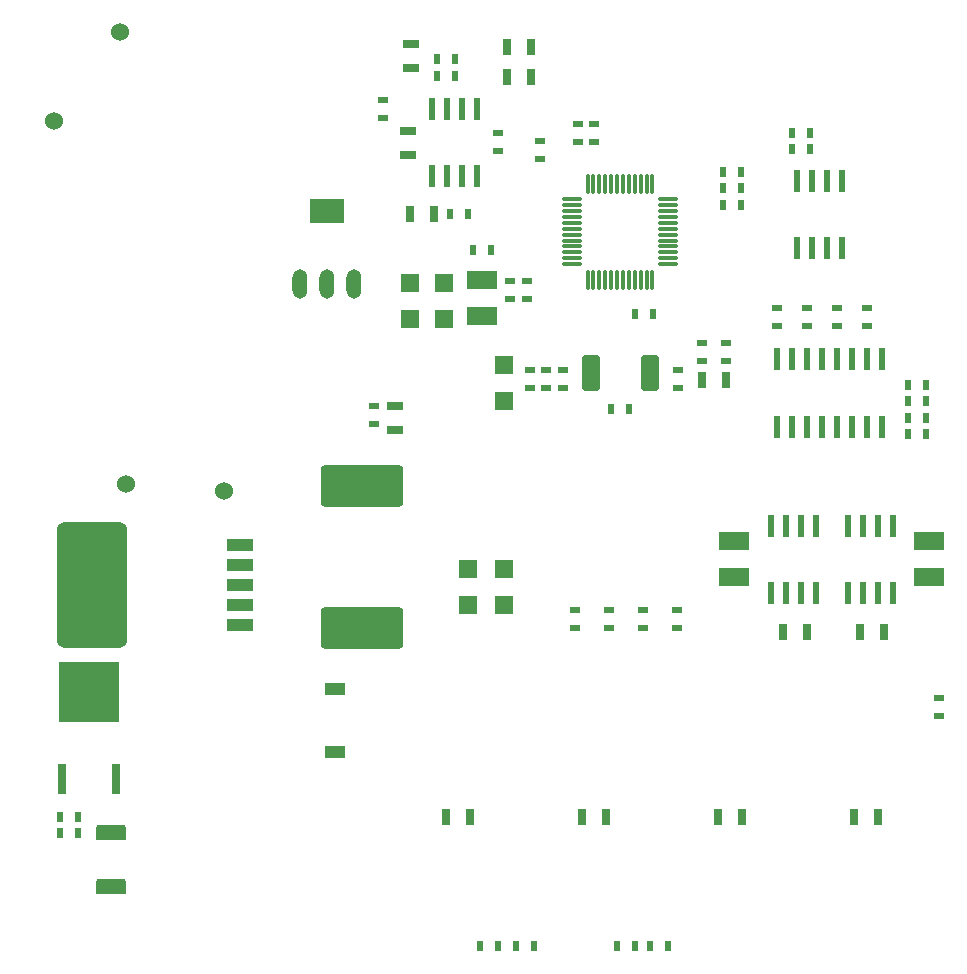
<source format=gtp>
%FSAX24Y24*%
%MOIN*%
G70*
G01*
G75*
G04 Layer_Color=8421504*
%ADD10R,0.0350X0.0200*%
%ADD11R,0.0200X0.0350*%
%ADD12R,0.0300X0.0550*%
%ADD13R,0.0550X0.0300*%
%ADD14R,0.0600X0.0600*%
%ADD15R,0.0600X0.0600*%
%ADD16R,0.1000X0.0600*%
%ADD17R,0.0240X0.0760*%
%ADD18R,0.1181X0.0787*%
%ADD19O,0.0500X0.0984*%
%ADD20O,0.0118X0.0689*%
%ADD21O,0.0689X0.0118*%
%ADD22R,0.0650X0.0400*%
%ADD23C,0.0600*%
G04:AMPARAMS|DCode=24|XSize=59.1mil|YSize=118.1mil|CornerRadius=5.9mil|HoleSize=0mil|Usage=FLASHONLY|Rotation=180.000|XOffset=0mil|YOffset=0mil|HoleType=Round|Shape=RoundedRectangle|*
%AMROUNDEDRECTD24*
21,1,0.0591,0.1063,0,0,180.0*
21,1,0.0472,0.1181,0,0,180.0*
1,1,0.0118,-0.0236,0.0532*
1,1,0.0118,0.0236,0.0532*
1,1,0.0118,0.0236,-0.0532*
1,1,0.0118,-0.0236,-0.0532*
%
%ADD24ROUNDEDRECTD24*%
G04:AMPARAMS|DCode=25|XSize=100mil|YSize=50mil|CornerRadius=5mil|HoleSize=0mil|Usage=FLASHONLY|Rotation=180.000|XOffset=0mil|YOffset=0mil|HoleType=Round|Shape=RoundedRectangle|*
%AMROUNDEDRECTD25*
21,1,0.1000,0.0400,0,0,180.0*
21,1,0.0900,0.0500,0,0,180.0*
1,1,0.0100,-0.0450,0.0200*
1,1,0.0100,0.0450,0.0200*
1,1,0.0100,0.0450,-0.0200*
1,1,0.0100,-0.0450,-0.0200*
%
%ADD25ROUNDEDRECTD25*%
%ADD26R,0.2008X0.2000*%
%ADD27R,0.0315X0.0984*%
G04:AMPARAMS|DCode=28|XSize=275.6mil|YSize=137.8mil|CornerRadius=13.8mil|HoleSize=0mil|Usage=FLASHONLY|Rotation=180.000|XOffset=0mil|YOffset=0mil|HoleType=Round|Shape=RoundedRectangle|*
%AMROUNDEDRECTD28*
21,1,0.2756,0.1102,0,0,180.0*
21,1,0.2480,0.1378,0,0,180.0*
1,1,0.0276,-0.1240,0.0551*
1,1,0.0276,0.1240,0.0551*
1,1,0.0276,0.1240,-0.0551*
1,1,0.0276,-0.1240,-0.0551*
%
%ADD28ROUNDEDRECTD28*%
%ADD29R,0.0850X0.0421*%
G04:AMPARAMS|DCode=30|XSize=417.3mil|YSize=236.2mil|CornerRadius=23.6mil|HoleSize=0mil|Usage=FLASHONLY|Rotation=90.000|XOffset=0mil|YOffset=0mil|HoleType=Round|Shape=RoundedRectangle|*
%AMROUNDEDRECTD30*
21,1,0.4173,0.1890,0,0,90.0*
21,1,0.3701,0.2362,0,0,90.0*
1,1,0.0472,0.0945,0.1850*
1,1,0.0472,0.0945,-0.1850*
1,1,0.0472,-0.0945,-0.1850*
1,1,0.0472,-0.0945,0.1850*
%
%ADD30ROUNDEDRECTD30*%
%ADD31C,0.0100*%
%ADD32C,0.0200*%
%ADD33C,0.0080*%
%ADD34C,0.0250*%
%ADD35R,0.2350X0.4000*%
%ADD36R,0.5200X0.0300*%
%ADD37R,0.2200X0.3700*%
%ADD38R,0.3100X0.0700*%
%ADD39C,0.0591*%
%ADD40R,0.0591X0.0591*%
%ADD41P,0.0649X8X112.5*%
%ADD42R,0.0591X0.0591*%
%ADD43P,0.0649X8X22.5*%
%ADD44R,0.0591X0.1575*%
%ADD45C,0.0787*%
G04:AMPARAMS|DCode=46|XSize=78.7mil|YSize=78.7mil|CornerRadius=19.7mil|HoleSize=0mil|Usage=FLASHONLY|Rotation=0.000|XOffset=0mil|YOffset=0mil|HoleType=Round|Shape=RoundedRectangle|*
%AMROUNDEDRECTD46*
21,1,0.0787,0.0394,0,0,0.0*
21,1,0.0394,0.0787,0,0,0.0*
1,1,0.0394,0.0197,-0.0197*
1,1,0.0394,-0.0197,-0.0197*
1,1,0.0394,-0.0197,0.0197*
1,1,0.0394,0.0197,0.0197*
%
%ADD46ROUNDEDRECTD46*%
%ADD47C,0.1969*%
%ADD48R,0.0610X0.0610*%
%ADD49C,0.0610*%
%ADD50R,0.1969X0.0591*%
%ADD51C,0.0984*%
G04:AMPARAMS|DCode=52|XSize=98.4mil|YSize=98.4mil|CornerRadius=9.8mil|HoleSize=0mil|Usage=FLASHONLY|Rotation=90.000|XOffset=0mil|YOffset=0mil|HoleType=Round|Shape=RoundedRectangle|*
%AMROUNDEDRECTD52*
21,1,0.0984,0.0787,0,0,90.0*
21,1,0.0787,0.0984,0,0,90.0*
1,1,0.0197,0.0394,0.0394*
1,1,0.0197,0.0394,-0.0394*
1,1,0.0197,-0.0394,-0.0394*
1,1,0.0197,-0.0394,0.0394*
%
%ADD52ROUNDEDRECTD52*%
%ADD53C,0.0360*%
%ADD54C,0.0400*%
%ADD55R,0.2650X0.2650*%
%ADD56C,0.0060*%
%ADD57C,0.0098*%
%ADD58C,0.0070*%
%ADD59C,0.0079*%
%ADD60R,0.0200X0.1000*%
%ADD61R,0.1050X1.2063*%
%ADD62R,0.1000X0.0200*%
%ADD63R,0.7650X0.1650*%
%ADD64R,0.0197X0.0101*%
%ADD65R,0.6600X0.0656*%
D10*
X098100Y093431D02*
D03*
Y092831D02*
D03*
X097650Y088761D02*
D03*
Y088161D02*
D03*
X103500Y086111D02*
D03*
Y086711D02*
D03*
X104300Y086111D02*
D03*
Y086711D02*
D03*
X099350Y094011D02*
D03*
Y093411D02*
D03*
X099900Y094011D02*
D03*
Y093411D02*
D03*
X096700Y093711D02*
D03*
Y093111D02*
D03*
X111400Y074261D02*
D03*
Y074861D02*
D03*
X102650Y077811D02*
D03*
Y077211D02*
D03*
X101517Y077811D02*
D03*
Y077211D02*
D03*
X099250Y077811D02*
D03*
Y077211D02*
D03*
X100383Y077811D02*
D03*
Y077211D02*
D03*
X109000Y087861D02*
D03*
Y087261D02*
D03*
X108000Y087861D02*
D03*
Y087261D02*
D03*
X107000Y087861D02*
D03*
Y087261D02*
D03*
X106000Y087861D02*
D03*
Y087261D02*
D03*
X092850Y094811D02*
D03*
Y094211D02*
D03*
X097750Y085211D02*
D03*
Y085811D02*
D03*
X092550Y084011D02*
D03*
Y084611D02*
D03*
X098300Y085211D02*
D03*
Y085811D02*
D03*
X098850Y085211D02*
D03*
Y085811D02*
D03*
X102700Y085211D02*
D03*
Y085811D02*
D03*
X097100Y088161D02*
D03*
Y088761D02*
D03*
D11*
X101250Y087661D02*
D03*
X101850D02*
D03*
X101250Y066611D02*
D03*
X100650D02*
D03*
X102350D02*
D03*
X101750D02*
D03*
X096700D02*
D03*
X096100D02*
D03*
X097900D02*
D03*
X097300D02*
D03*
X110350Y085311D02*
D03*
X110950D02*
D03*
X110350Y084761D02*
D03*
X110950D02*
D03*
X110350Y084211D02*
D03*
X110950D02*
D03*
X110350Y083661D02*
D03*
X110950D02*
D03*
X094650Y095611D02*
D03*
X095250D02*
D03*
X094650Y096161D02*
D03*
X095250D02*
D03*
X095850Y089811D02*
D03*
X096450D02*
D03*
X101050Y084511D02*
D03*
X100450D02*
D03*
X095700Y091011D02*
D03*
X095100D02*
D03*
X082100Y070911D02*
D03*
X082700D02*
D03*
X082100Y070361D02*
D03*
X082700D02*
D03*
X104200Y092411D02*
D03*
X104800D02*
D03*
X107100Y093711D02*
D03*
X106500D02*
D03*
X104200Y091861D02*
D03*
X104800D02*
D03*
X107100Y093161D02*
D03*
X106500D02*
D03*
X104200Y091311D02*
D03*
X104800D02*
D03*
D12*
X104300Y085461D02*
D03*
X103500D02*
D03*
X109550Y077061D02*
D03*
X108750D02*
D03*
X107000D02*
D03*
X106200D02*
D03*
X109350Y070911D02*
D03*
X108550D02*
D03*
X104817D02*
D03*
X104017D02*
D03*
X095750D02*
D03*
X094950D02*
D03*
X100283D02*
D03*
X099483D02*
D03*
X097000Y096561D02*
D03*
X097800D02*
D03*
X097000Y095561D02*
D03*
X097800D02*
D03*
X094550Y091011D02*
D03*
X093750D02*
D03*
D13*
X093700Y092961D02*
D03*
Y093761D02*
D03*
X093800Y095861D02*
D03*
Y096661D02*
D03*
X093250Y084611D02*
D03*
Y083811D02*
D03*
D14*
X095700Y077961D02*
D03*
X096900D02*
D03*
X095700Y079161D02*
D03*
X096900D02*
D03*
D15*
X093750Y087511D02*
D03*
Y088711D02*
D03*
X096900Y085961D02*
D03*
Y084761D02*
D03*
X094900Y088711D02*
D03*
Y087511D02*
D03*
D16*
X104550Y078911D02*
D03*
Y080111D02*
D03*
X111050Y078911D02*
D03*
Y080111D02*
D03*
X096150Y088811D02*
D03*
Y087611D02*
D03*
D17*
X108850Y078361D02*
D03*
X108350D02*
D03*
Y080611D02*
D03*
X109350Y078361D02*
D03*
X108850Y080611D02*
D03*
X109850Y078361D02*
D03*
X109350Y080611D02*
D03*
X109850D02*
D03*
X106300Y078361D02*
D03*
X105800D02*
D03*
Y080611D02*
D03*
X106800Y078361D02*
D03*
X106300Y080611D02*
D03*
X107300Y078361D02*
D03*
X106800Y080611D02*
D03*
X107300D02*
D03*
X109500Y086161D02*
D03*
X109000D02*
D03*
X109500Y083911D02*
D03*
X108500Y086161D02*
D03*
X109000Y083911D02*
D03*
X108000Y086161D02*
D03*
Y083911D02*
D03*
X108500D02*
D03*
X106500Y086161D02*
D03*
X106000D02*
D03*
X107000D02*
D03*
X107500D02*
D03*
X106500Y083911D02*
D03*
X106000D02*
D03*
X107000D02*
D03*
X107500D02*
D03*
X095500Y094511D02*
D03*
X096000D02*
D03*
Y092261D02*
D03*
X095000Y094511D02*
D03*
X095500Y092261D02*
D03*
X094500Y094511D02*
D03*
X095000Y092261D02*
D03*
X094500D02*
D03*
X106650Y089861D02*
D03*
X107150D02*
D03*
X106650Y092111D02*
D03*
X107650Y089861D02*
D03*
X107150Y092111D02*
D03*
X108150Y089861D02*
D03*
Y092111D02*
D03*
X107650D02*
D03*
D18*
X090994Y091111D02*
D03*
D19*
Y088661D02*
D03*
X091900D02*
D03*
X090089D02*
D03*
D20*
X099675Y088802D02*
D03*
X099872D02*
D03*
X100069D02*
D03*
X100266D02*
D03*
X100463D02*
D03*
X100659D02*
D03*
X100856D02*
D03*
X101053D02*
D03*
X101250D02*
D03*
X101447D02*
D03*
X101644D02*
D03*
X101841D02*
D03*
Y092011D02*
D03*
X101644D02*
D03*
X101447D02*
D03*
X101250D02*
D03*
X101053D02*
D03*
X100856D02*
D03*
X100659D02*
D03*
X100463D02*
D03*
X100266D02*
D03*
X100069D02*
D03*
X099872D02*
D03*
X099675D02*
D03*
D21*
X102362Y089324D02*
D03*
Y089521D02*
D03*
Y089717D02*
D03*
Y089914D02*
D03*
Y090111D02*
D03*
Y090308D02*
D03*
Y090505D02*
D03*
Y090702D02*
D03*
Y090899D02*
D03*
Y091095D02*
D03*
Y091292D02*
D03*
Y091489D02*
D03*
X099154D02*
D03*
Y091292D02*
D03*
Y091095D02*
D03*
Y090899D02*
D03*
Y090702D02*
D03*
Y090505D02*
D03*
Y090308D02*
D03*
Y090111D02*
D03*
Y089914D02*
D03*
Y089717D02*
D03*
Y089521D02*
D03*
Y089324D02*
D03*
D22*
X091250Y073061D02*
D03*
Y075161D02*
D03*
D23*
X084100Y097061D02*
D03*
X081900Y094111D02*
D03*
X084300Y082011D02*
D03*
X087550Y081761D02*
D03*
D24*
X101750Y085711D02*
D03*
X099782D02*
D03*
D25*
X083800Y070361D02*
D03*
Y068561D02*
D03*
D26*
X083050Y075061D02*
D03*
D27*
X083950Y072161D02*
D03*
X082150D02*
D03*
D28*
X092150Y081935D02*
D03*
Y077211D02*
D03*
D29*
X088100Y079969D02*
D03*
Y079299D02*
D03*
Y078630D02*
D03*
Y077961D02*
D03*
Y077291D02*
D03*
D30*
X083150Y078630D02*
D03*
M02*

</source>
